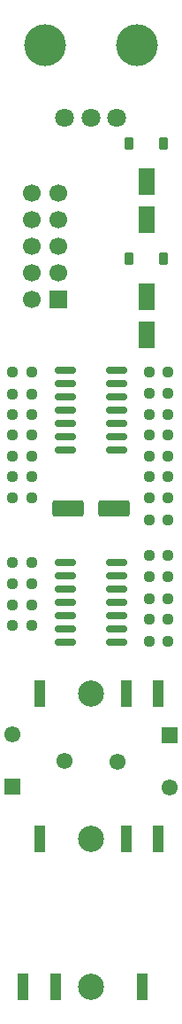
<source format=gbr>
G04 #@! TF.GenerationSoftware,KiCad,Pcbnew,(5.99.0-9650-gad505e29c0)*
G04 #@! TF.CreationDate,2021-03-17T10:46:37+00:00*
G04 #@! TF.ProjectId,Ampelope,416d7065-6c6f-4706-952e-6b696361645f,rev?*
G04 #@! TF.SameCoordinates,Original*
G04 #@! TF.FileFunction,Soldermask,Top*
G04 #@! TF.FilePolarity,Negative*
%FSLAX46Y46*%
G04 Gerber Fmt 4.6, Leading zero omitted, Abs format (unit mm)*
G04 Created by KiCad (PCBNEW (5.99.0-9650-gad505e29c0)) date 2021-03-17 10:46:37*
%MOMM*%
%LPD*%
G01*
G04 APERTURE LIST*
G04 Aperture macros list*
%AMRoundRect*
0 Rectangle with rounded corners*
0 $1 Rounding radius*
0 $2 $3 $4 $5 $6 $7 $8 $9 X,Y pos of 4 corners*
0 Add a 4 corners polygon primitive as box body*
4,1,4,$2,$3,$4,$5,$6,$7,$8,$9,$2,$3,0*
0 Add four circle primitives for the rounded corners*
1,1,$1+$1,$2,$3*
1,1,$1+$1,$4,$5*
1,1,$1+$1,$6,$7*
1,1,$1+$1,$8,$9*
0 Add four rect primitives between the rounded corners*
20,1,$1+$1,$2,$3,$4,$5,0*
20,1,$1+$1,$4,$5,$6,$7,0*
20,1,$1+$1,$6,$7,$8,$9,0*
20,1,$1+$1,$8,$9,$2,$3,0*%
G04 Aperture macros list end*
%ADD10RoundRect,0.237500X0.250000X0.237500X-0.250000X0.237500X-0.250000X-0.237500X0.250000X-0.237500X0*%
%ADD11RoundRect,0.150000X-0.825000X-0.150000X0.825000X-0.150000X0.825000X0.150000X-0.825000X0.150000X0*%
%ADD12RoundRect,0.237500X-0.250000X-0.237500X0.250000X-0.237500X0.250000X0.237500X-0.250000X0.237500X0*%
%ADD13RoundRect,0.250000X0.550000X-1.050000X0.550000X1.050000X-0.550000X1.050000X-0.550000X-1.050000X0*%
%ADD14RoundRect,0.225000X0.225000X0.375000X-0.225000X0.375000X-0.225000X-0.375000X0.225000X-0.375000X0*%
%ADD15RoundRect,0.150000X0.825000X0.150000X-0.825000X0.150000X-0.825000X-0.150000X0.825000X-0.150000X0*%
%ADD16R,1.700000X1.700000*%
%ADD17C,1.700000*%
%ADD18R,1.550000X1.550000*%
%ADD19C,1.550000*%
%ADD20RoundRect,0.225000X-0.225000X-0.375000X0.225000X-0.375000X0.225000X0.375000X-0.225000X0.375000X0*%
%ADD21RoundRect,0.250000X1.250000X0.550000X-1.250000X0.550000X-1.250000X-0.550000X1.250000X-0.550000X0*%
%ADD22C,2.500000*%
%ADD23R,1.000000X2.500000*%
%ADD24C,4.000000*%
%ADD25C,1.800000*%
G04 APERTURE END LIST*
D10*
X139812500Y-102000000D03*
X137987500Y-102000000D03*
D11*
X143025000Y-79590000D03*
X143025000Y-80860000D03*
X143025000Y-82130000D03*
X143025000Y-83400000D03*
X143025000Y-84670000D03*
X143025000Y-85940000D03*
X143025000Y-87210000D03*
X147975000Y-87210000D03*
X147975000Y-85940000D03*
X147975000Y-84670000D03*
X147975000Y-83400000D03*
X147975000Y-82130000D03*
X147975000Y-80860000D03*
X147975000Y-79590000D03*
D12*
X151087500Y-91800000D03*
X152912500Y-91800000D03*
X137987500Y-79800000D03*
X139812500Y-79800000D03*
X151087500Y-103400000D03*
X152912500Y-103400000D03*
D10*
X152912500Y-105500000D03*
X151087500Y-105500000D03*
X139812500Y-98000000D03*
X137987500Y-98000000D03*
D12*
X151087500Y-83800000D03*
X152912500Y-83800000D03*
D13*
X150800000Y-76200000D03*
X150800000Y-72600000D03*
D14*
X152450000Y-57900000D03*
X149150000Y-57900000D03*
D12*
X137987500Y-104000000D03*
X139812500Y-104000000D03*
D15*
X147975000Y-105610000D03*
X147975000Y-104340000D03*
X147975000Y-103070000D03*
X147975000Y-101800000D03*
X147975000Y-100530000D03*
X147975000Y-99260000D03*
X147975000Y-97990000D03*
X143025000Y-97990000D03*
X143025000Y-99260000D03*
X143025000Y-100530000D03*
X143025000Y-101800000D03*
X143025000Y-103070000D03*
X143025000Y-104340000D03*
X143025000Y-105610000D03*
D16*
X142362500Y-72800000D03*
D17*
X139822500Y-72800000D03*
X142362500Y-70260000D03*
X139822500Y-70260000D03*
X142362500Y-67720000D03*
X139822500Y-67720000D03*
X142362500Y-65180000D03*
X139822500Y-65180000D03*
X142362500Y-62640000D03*
X139822500Y-62640000D03*
D10*
X152912500Y-81800000D03*
X151087500Y-81800000D03*
X137987500Y-100000000D03*
X139812500Y-100000000D03*
D13*
X150800000Y-65200000D03*
X150800000Y-61600000D03*
D18*
X137975000Y-119400000D03*
D19*
X142975000Y-116900000D03*
X137975000Y-114400000D03*
D10*
X139812500Y-91800000D03*
X137987500Y-91800000D03*
D18*
X153025000Y-114500000D03*
D19*
X148025000Y-117000000D03*
X153025000Y-119500000D03*
D12*
X137987500Y-89800000D03*
X139812500Y-89800000D03*
D20*
X149150000Y-68900000D03*
X152450000Y-68900000D03*
D10*
X152912500Y-87800000D03*
X151087500Y-87800000D03*
D12*
X151087500Y-97300000D03*
X152912500Y-97300000D03*
D10*
X152912500Y-101400000D03*
X151087500Y-101400000D03*
D12*
X151087500Y-89800000D03*
X152912500Y-89800000D03*
X137987500Y-81900000D03*
X139812500Y-81900000D03*
D10*
X152912500Y-93900000D03*
X151087500Y-93900000D03*
D12*
X137987500Y-83800000D03*
X139812500Y-83800000D03*
D21*
X147700000Y-92800000D03*
X143300000Y-92800000D03*
D10*
X139812500Y-87800000D03*
X137987500Y-87800000D03*
X152912500Y-99300000D03*
X151087500Y-99300000D03*
X152912500Y-85800000D03*
X151087500Y-85800000D03*
X152912500Y-79800000D03*
X151087500Y-79800000D03*
D12*
X137987500Y-85800000D03*
X139812500Y-85800000D03*
D22*
X145500000Y-138500000D03*
D23*
X139020000Y-138500000D03*
X142120000Y-138500000D03*
X150420000Y-138500000D03*
D22*
X145500000Y-124400000D03*
D23*
X151980000Y-124400000D03*
X148880000Y-124400000D03*
X140580000Y-124400000D03*
D22*
X145500000Y-110500000D03*
D23*
X151980000Y-110500000D03*
X148880000Y-110500000D03*
X140580000Y-110500000D03*
D24*
X149900000Y-48500000D03*
X141100000Y-48500000D03*
D25*
X143000000Y-55500000D03*
X145500000Y-55500000D03*
X148000000Y-55500000D03*
M02*

</source>
